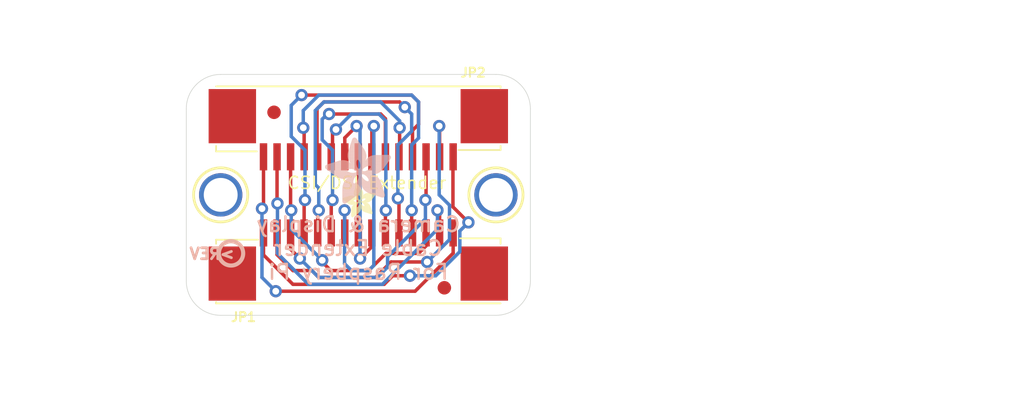
<source format=kicad_pcb>
(kicad_pcb (version 20211014) (generator pcbnew)
  (layers (0 "F.Cu" signal) (31 "B.Cu" signal) (34 "B.Paste" user) (35 "F.Paste" user) (36 "B.SilkS" user "B.Silkscreen") (37 "F.SilkS" user "F.Silkscreen") (38 "B.Mask" user) (39 "F.Mask" user) (44 "Edge.Cuts" user))
  (net 0 "")
  (net 1 "N$1")
  (net 2 "N$2")
  (net 3 "N$3")
  (net 4 "N$4")
  (net 5 "N$5")
  (net 6 "N$6")
  (net 7 "N$7")
  (net 8 "N$8")
  (net 9 "N$9")
  (net 10 "N$10")
  (net 11 "N$11")
  (net 12 "N$12")
  (net 13 "N$13")
  (net 14 "N$14")
  (net 15 "N$15")
  (footprint "boardEagle:FIDUCIAL_1MM" (layer "F.Cu") (at 142.2781 98.9076)
    (fp_text reference "FID2" hide)
    (fp_text value "FIDUCIAL_1MM" hide)
    (pad "1" smd roundrect (at 0 0) (size 1 1) (layers "F.Cu" "F.Mask") (roundrect_rratio 0.5))
  )
  (footprint "boardEagle:FPC_15PIN_1.0MM" (layer "F.Cu") (at 148.5011 108.8136)
    (fp_text reference "JP1" (at -9.476 5.603) (layer "F.SilkS") (effects (font (size 0.666496 0.666496) (thickness 0.146304)) (justify left bottom)))
    (fp_text value "")
    (pad "1" smd rect (at -7 -1) (size 0.55 2) (layers "F.Cu" "F.Paste" "F.Mask") (net 1 "N$1"))
    (pad "2" smd rect (at -6 -1) (size 0.55 2) (layers "F.Cu" "F.Paste" "F.Mask") (net 2 "N$2"))
    (pad "3" smd rect (at -5 -1) (size 0.55 2) (layers "F.Cu" "F.Paste" "F.Mask") (net 3 "N$3"))
    (pad "4" smd rect (at -4 -1) (size 0.55 2) (layers "F.Cu" "F.Paste" "F.Mask") (net 4 "N$4"))
    (pad "5" smd rect (at -3 -1) (size 0.55 2) (layers "F.Cu" "F.Paste" "F.Mask") (net 5 "N$5"))
    (pad "6" smd rect (at -2 -1) (size 0.55 2) (layers "F.Cu" "F.Paste" "F.Mask") (net 6 "N$6"))
    (pad "7" smd rect (at -1 -1) (size 0.55 2) (layers "F.Cu" "F.Paste" "F.Mask") (net 7 "N$7"))
    (pad "8" smd rect (at 0 -1) (size 0.55 2) (layers "F.Cu" "F.Paste" "F.Mask") (net 8 "N$8"))
    (pad "9" smd rect (at 1 -1) (size 0.55 2) (layers "F.Cu" "F.Paste" "F.Mask") (net 9 "N$9"))
    (pad "10" smd rect (at 2 -1) (size 0.55 2) (layers "F.Cu" "F.Paste" "F.Mask") (net 10 "N$10"))
    (pad "11" smd rect (at 3 -1) (size 0.55 2) (layers "F.Cu" "F.Paste" "F.Mask") (net 11 "N$11"))
    (pad "12" smd rect (at 4 -1) (size 0.55 2) (layers "F.Cu" "F.Paste" "F.Mask") (net 12 "N$12"))
    (pad "13" smd rect (at 5 -1) (size 0.55 2) (layers "F.Cu" "F.Paste" "F.Mask") (net 13 "N$13"))
    (pad "14" smd rect (at 6 -1) (size 0.55 2) (layers "F.Cu" "F.Paste" "F.Mask") (net 14 "N$14"))
    (pad "15" smd rect (at 7 -1) (size 0.55 2) (layers "F.Cu" "F.Paste" "F.Mask") (net 15 "N$15"))
    (pad "M1" smd rect (at -9.3 2 90) (size 4 3.5) (layers "F.Cu" "F.Paste" "F.Mask"))
    (pad "M2" smd rect (at 9.3 2 90) (size 4 3.5) (layers "F.Cu" "F.Paste" "F.Mask"))
  )
  (footprint "boardEagle:MOUNTINGHOLE_2.5_PLATED" (layer "F.Cu") (at 138.3411 105.0036)
    (fp_text reference "U$2" hide)
    (fp_text value "MOUNTINGHOLE2.5" hide)
    (pad "P$1" thru_hole circle (at 0 0) (size 3.2 3.2) (drill 2.5) (layers *.Cu *.Mask))
  )
  (footprint "boardEagle:FPC_15PIN_1.0MM" (layer "F.Cu") (at 148.5011 101.1936 180)
    (fp_text reference "JP2" (at -9.476 5.603 180) (layer "F.SilkS") (effects (font (size 0.666496 0.666496) (thickness 0.146304)) (justify right top)))
    (fp_text value "")
    (pad "1" smd rect (at -7 -1 180) (size 0.55 2) (layers "F.Cu" "F.Paste" "F.Mask") (net 1 "N$1"))
    (pad "2" smd rect (at -6 -1 180) (size 0.55 2) (layers "F.Cu" "F.Paste" "F.Mask") (net 2 "N$2"))
    (pad "3" smd rect (at -5 -1 180) (size 0.55 2) (layers "F.Cu" "F.Paste" "F.Mask") (net 3 "N$3"))
    (pad "4" smd rect (at -4 -1 180) (size 0.55 2) (layers "F.Cu" "F.Paste" "F.Mask") (net 4 "N$4"))
    (pad "5" smd rect (at -3 -1 180) (size 0.55 2) (layers "F.Cu" "F.Paste" "F.Mask") (net 5 "N$5"))
    (pad "6" smd rect (at -2 -1 180) (size 0.55 2) (layers "F.Cu" "F.Paste" "F.Mask") (net 6 "N$6"))
    (pad "7" smd rect (at -1 -1 180) (size 0.55 2) (layers "F.Cu" "F.Paste" "F.Mask") (net 7 "N$7"))
    (pad "8" smd rect (at 0 -1 180) (size 0.55 2) (layers "F.Cu" "F.Paste" "F.Mask") (net 8 "N$8"))
    (pad "9" smd rect (at 1 -1 180) (size 0.55 2) (layers "F.Cu" "F.Paste" "F.Mask") (net 9 "N$9"))
    (pad "10" smd rect (at 2 -1 180) (size 0.55 2) (layers "F.Cu" "F.Paste" "F.Mask") (net 10 "N$10"))
    (pad "11" smd rect (at 3 -1 180) (size 0.55 2) (layers "F.Cu" "F.Paste" "F.Mask") (net 11 "N$11"))
    (pad "12" smd rect (at 4 -1 180) (size 0.55 2) (layers "F.Cu" "F.Paste" "F.Mask") (net 12 "N$12"))
    (pad "13" smd rect (at 5 -1 180) (size 0.55 2) (layers "F.Cu" "F.Paste" "F.Mask") (net 13 "N$13"))
    (pad "14" smd rect (at 6 -1 180) (size 0.55 2) (layers "F.Cu" "F.Paste" "F.Mask") (net 14 "N$14"))
    (pad "15" smd rect (at 7 -1 180) (size 0.55 2) (layers "F.Cu" "F.Paste" "F.Mask") (net 15 "N$15"))
    (pad "M1" smd rect (at -9.3 2 270) (size 4 3.5) (layers "F.Cu" "F.Paste" "F.Mask"))
    (pad "M2" smd rect (at 9.3 2 270) (size 4 3.5) (layers "F.Cu" "F.Paste" "F.Mask"))
  )
  (footprint "boardEagle:MOUNTINGHOLE_2.5_PLATED" (layer "F.Cu") (at 158.6611 105.0036)
    (fp_text reference "U$3" hide)
    (fp_text value "MOUNTINGHOLE2.5" hide)
    (pad "P$1" thru_hole circle (at 0 0) (size 3.2 3.2) (drill 2.5) (layers *.Cu *.Mask))
  )
  (footprint "boardEagle:ADAFRUIT_2.5MM" (layer "F.Cu") (at 149.7711 106.6546 90)
    (fp_text reference "U$4" hide)
    (fp_text value "" hide)
  )
  (footprint "boardEagle:FIDUCIAL_1MM" (layer "F.Cu") (at 154.8511 111.8616)
    (fp_text reference "FID1" hide)
    (fp_text value "FIDUCIAL_1MM" hide)
    (pad "1" smd roundrect (at 0 0) (size 1 1) (layers "F.Cu" "F.Mask") (roundrect_rratio 0.5))
  )
  (footprint "boardEagle:PCBFEAT-REV-040" (layer "B.Cu") (at 139.1031 109.3216 180)
    (fp_text reference "U$6" hide)
    (fp_text value "" hide)
    (fp_text user ">REV" (at -0.3556 -0.508) (layer "B.SilkS") (effects (font (size 0.8128 0.8128) (thickness 0.2032)) (justify left bottom mirror)))
  )
  (footprint "boardEagle:ADAFRUIT_5MM" (layer "B.Cu") (at 150.9141 105.6386 180)
    (fp_text reference "U$5" hide)
    (fp_text value "" hide)
  )
  (gr_line (start 158.6611 96.1136) (end 138.3411 96.1136) (layer "Edge.Cuts") (width 0.05))
  (gr_line (start 161.2011 111.3536) (end 161.2011 98.6536) (layer "Edge.Cuts") (width 0.05))
  (gr_line (start 138.3411 113.8936) (end 158.6611 113.8936) (layer "Edge.Cuts") (width 0.05))
  (gr_arc (start 158.6611 96.1136) (mid 160.457151 96.857549) (end 161.2011 98.6536) (layer "Edge.Cuts") (width 0.05))
  (gr_arc (start 138.3411 113.8936) (mid 136.545049 113.149651) (end 135.8011 111.3536) (layer "Edge.Cuts") (width 0.05))
  (gr_arc (start 161.2011 111.3536) (mid 160.457151 113.149651) (end 158.6611 113.8936) (layer "Edge.Cuts") (width 0.05))
  (gr_arc (start 135.8011 98.6536) (mid 136.545049 96.857549) (end 138.3411 96.1136) (layer "Edge.Cuts") (width 0.05))
  (gr_line (start 135.8011 98.6536) (end 135.8011 111.3536) (layer "Edge.Cuts") (width 0.05))
  (gr_text "Camera & Display\nCable Extender\nFor Raspbery Pi" (at 148.5011 108.9406) (layer "B.SilkS") (effects (font (size 1.0922 1.0922) (thickness 0.1778)) (justify mirror)))
  (gr_text "CSI/DSI Extender" (at 149.1361 104.1146) (layer "F.SilkS") (effects (font (size 0.89408 0.89408) (thickness 0.12192))))
  (segment (start 151.0411 110.9726) (end 152.3111 110.9726) (width 0.254) (layer "F.Cu") (net 1))
  (segment (start 156.6291 107.0356) (end 155.4861 105.8926) (width 0.254) (layer "F.Cu") (net 1))
  (segment (start 150.4061 111.6076) (end 151.0411 110.9726) (width 0.254) (layer "F.Cu") (net 1))
  (segment (start 155.4861 105.8926) (end 155.4861 102.2086) (width 0.254) (layer "F.Cu") (net 1))
  (segment (start 155.4861 102.2086) (end 155.5011 102.1936) (width 0.254) (layer "F.Cu") (net 1))
  (segment (start 141.5011 109.4336) (end 143.6751 111.6076) (width 0.254) (layer "F.Cu") (net 1))
  (segment (start 143.6751 111.6076) (end 150.4061 111.6076) (width 0.254) (layer "F.Cu") (net 1))
  (segment (start 141.5011 107.8136) (end 141.5011 109.4336) (width 0.254) (layer "F.Cu") (net 1))
  (via (at 152.3111 110.9726) (size 0.9064) (drill 0.5) (layers "F.Cu" "B.Cu") (net 1))
  (via (at 156.6291 107.0356) (size 0.9064) (drill 0.5) (layers "F.Cu" "B.Cu") (net 1))
  (segment (start 155.9941 109.1946) (end 155.9941 107.6706) (width 0.254) (layer "B.Cu") (net 1))
  (segment (start 155.9941 107.6706) (end 156.6291 107.0356) (width 0.254) (layer "B.Cu") (net 1))
  (segment (start 154.2161 110.9726) (end 155.9941 109.1946) (width 0.254) (layer "B.Cu") (net 1))
  (segment (start 152.3111 110.9726) (end 154.2161 110.9726) (width 0.254) (layer "B.Cu") (net 1))
  (segment (start 142.5011 109.4176) (end 143.6751 110.5916) (width 0.254) (layer "F.Cu") (net 2))
  (segment (start 154.4701 99.9236) (end 154.5011 99.9546) (width 0.254) (layer "F.Cu") (net 2))
  (segment (start 149.7711 111.0996) (end 150.9141 109.9566) (width 0.254) (layer "F.Cu") (net 2))
  (segment (start 142.5011 107.8136) (end 142.5011 109.4176) (width 0.254) (layer "F.Cu") (net 2))
  (segment (start 150.9141 109.9566) (end 153.5811 109.9566) (width 0.254) (layer "F.Cu") (net 2))
  (segment (start 145.0721 110.5916) (end 145.5801 111.0996) (width 0.254) (layer "F.Cu") (net 2))
  (segment (start 154.5011 99.9546) (end 154.5011 102.1936) (width 0.254) (layer "F.Cu") (net 2))
  (segment (start 145.5801 111.0996) (end 149.7711 111.0996) (width 0.254) (layer "F.Cu") (net 2))
  (segment (start 143.6751 110.5916) (end 145.0721 110.5916) (width 0.254) (layer "F.Cu") (net 2))
  (via (at 153.5811 109.9566) (size 0.9064) (drill 0.5) (layers "F.Cu" "B.Cu") (net 2))
  (via (at 154.4701 99.9236) (size 0.9064) (drill 0.5) (layers "F.Cu" "B.Cu") (net 2))
  (segment (start 153.5811 109.9566) (end 155.2321 108.3056) (width 0.254) (layer "B.Cu") (net 2))
  (segment (start 155.2321 105.7656) (end 154.4701 105.0036) (width 0.254) (layer "B.Cu") (net 2))
  (segment (start 154.4701 105.0036) (end 154.4701 99.9236) (width 0.254) (layer "B.Cu") (net 2))
  (segment (start 155.2321 108.3056) (end 155.2321 105.7656) (width 0.254) (layer "B.Cu") (net 2))
  (segment (start 153.5011 105.3376) (end 153.4541 105.3846) (width 0.254) (layer "F.Cu") (net 3))
  (segment (start 143.5011 107.8136) (end 143.5011 109.0206) (width 0.254) (layer "F.Cu") (net 3))
  (segment (start 153.5011 105.3376) (end 153.5011 102.1936) (width 0.254) (layer "F.Cu") (net 3))
  (segment (start 143.5011 109.0206) (end 144.1831 109.7026) (width 0.254) (layer "F.Cu") (net 3))
  (via (at 153.4541 105.3846) (size 0.9064) (drill 0.5) (layers "F.Cu" "B.Cu") (net 3))
  (via (at 144.1831 109.7026) (size 0.9064) (drill 0.5) (layers "F.Cu" "B.Cu") (net 3))
  (segment (start 144.1831 109.7026) (end 145.5801 111.0996) (width 0.254) (layer "B.Cu") (net 3))
  (segment (start 145.5801 111.0996) (end 149.8981 111.0996) (width 0.254) (layer "B.Cu") (net 3))
  (segment (start 153.4541 106.7816) (end 153.4541 105.3846) (width 0.254) (layer "B.Cu") (net 3))
  (segment (start 150.6601 109.5756) (end 153.4541 106.7816) (width 0.254) (layer "B.Cu") (net 3))
  (segment (start 149.8981 111.0996) (end 150.6601 110.3376) (width 0.254) (layer "B.Cu") (net 3))
  (segment (start 150.6601 110.3376) (end 150.6601 109.5756) (width 0.254) (layer "B.Cu") (net 3))
  (segment (start 152.5011 100.2416) (end 152.9461 99.7966) (width 0.254) (layer "F.Cu") (net 4))
  (segment (start 152.4381 97.6376) (end 144.3101 97.6376) (width 0.254) (layer "F.Cu") (net 4))
  (segment (start 144.5011 105.4476) (end 144.5011 107.8136) (width 0.254) (layer "F.Cu") (net 4))
  (segment (start 152.9461 98.1456) (end 152.4381 97.6376) (width 0.254) (layer "F.Cu") (net 4))
  (segment (start 152.5011 102.1936) (end 152.5011 100.2416) (width 0.254) (layer "F.Cu") (net 4))
  (segment (start 152.9461 99.7966) (end 152.9461 98.1456) (width 0.254) (layer "F.Cu") (net 4))
  (segment (start 144.5641 105.3846) (end 144.5011 105.4476) (width 0.254) (layer "F.Cu") (net 4))
  (via (at 144.5641 105.3846) (size 0.9064) (drill 0.5) (layers "F.Cu" "B.Cu") (net 4))
  (via (at 144.3101 97.6376) (size 0.9064) (drill 0.5) (layers "F.Cu" "B.Cu") (net 4))
  (segment (start 144.3101 97.6376) (end 143.5481 98.3996) (width 0.254) (layer "B.Cu") (net 4))
  (segment (start 144.5641 101.7016) (end 144.5641 105.3846) (width 0.254) (layer "B.Cu") (net 4))
  (segment (start 143.5481 100.6856) (end 144.5641 101.7016) (width 0.254) (layer "B.Cu") (net 4))
  (segment (start 143.5481 98.3996) (end 143.5481 100.6856) (width 0.254) (layer "B.Cu") (net 4))
  (segment (start 151.5491 102.1456) (end 151.5491 100.0506) (width 0.254) (layer "F.Cu") (net 5))
  (segment (start 145.5011 106.2256) (end 145.5011 107.8136) (width 0.254) (layer "F.Cu") (net 5))
  (segment (start 145.5801 106.1466) (end 145.5011 106.2256) (width 0.254) (layer "F.Cu") (net 5))
  (segment (start 151.5011 102.1936) (end 151.5491 102.1456) (width 0.254) (layer "F.Cu") (net 5))
  (via (at 151.5491 100.0506) (size 0.9064) (drill 0.5) (layers "F.Cu" "B.Cu") (net 5))
  (via (at 145.5801 106.1466) (size 0.9064) (drill 0.5) (layers "F.Cu" "B.Cu") (net 5))
  (segment (start 145.3261 104.2416) (end 145.5801 104.4956) (width 0.254) (layer "B.Cu") (net 5))
  (segment (start 150.1521 98.1456) (end 145.9611 98.1456) (width 0.254) (layer "B.Cu") (net 5))
  (segment (start 151.5491 99.5426) (end 150.1521 98.1456) (width 0.254) (layer "B.Cu") (net 5))
  (segment (start 145.5801 104.4956) (end 145.5801 106.1466) (width 0.254) (layer "B.Cu") (net 5))
  (segment (start 145.9611 98.1456) (end 145.3261 98.7806) (width 0.254) (layer "B.Cu") (net 5))
  (segment (start 151.5491 100.0506) (end 151.5491 99.5426) (width 0.254) (layer "B.Cu") (net 5))
  (segment (start 145.3261 98.7806) (end 145.3261 104.2416) (width 0.254) (layer "B.Cu") (net 5))
  (segment (start 150.5011 102.1936) (end 150.5011 99.3836) (width 0.254) (layer "F.Cu") (net 6))
  (segment (start 146.5011 107.8136) (end 146.5011 105.4796) (width 0.254) (layer "F.Cu") (net 6))
  (segment (start 150.1521 99.0346) (end 146.3421 99.0346) (width 0.254) (layer "F.Cu") (net 6))
  (segment (start 150.5011 99.3836) (end 150.1521 99.0346) (width 0.254) (layer "F.Cu") (net 6))
  (segment (start 146.5011 105.4796) (end 146.5961 105.3846) (width 0.254) (layer "F.Cu") (net 6))
  (via (at 146.5961 105.3846) (size 0.9064) (drill 0.5) (layers "F.Cu" "B.Cu") (net 6))
  (via (at 146.3421 99.0346) (size 0.9064) (drill 0.5) (layers "F.Cu" "B.Cu") (net 6))
  (segment (start 146.3421 99.0346) (end 146.3421 98.9076) (width 0.254) (layer "B.Cu") (net 6))
  (segment (start 146.3421 98.9076) (end 145.8341 99.4156) (width 0.254) (layer "B.Cu") (net 6))
  (segment (start 145.8341 99.4156) (end 145.8341 100.9396) (width 0.254) (layer "B.Cu") (net 6))
  (segment (start 146.5961 101.7016) (end 146.5961 105.3846) (width 0.254) (layer "B.Cu") (net 6))
  (segment (start 145.8341 100.9396) (end 146.5961 101.7016) (width 0.254) (layer "B.Cu") (net 6))
  (segment (start 147.5011 107.8136) (end 147.5011 106.1626) (width 0.254) (layer "F.Cu") (net 7))
  (segment (start 149.5011 102.1936) (end 149.5011 100.0666) (width 0.254) (layer "F.Cu") (net 7))
  (segment (start 147.5011 106.1626) (end 147.4851 106.1466) (width 0.254) (layer "F.Cu") (net 7))
  (segment (start 149.5011 100.0666) (end 149.6441 99.9236) (width 0.254) (layer "F.Cu") (net 7))
  (via (at 147.4851 106.1466) (size 0.9064) (drill 0.5) (layers "F.Cu" "B.Cu") (net 7))
  (via (at 149.6441 99.9236) (size 0.9064) (drill 0.5) (layers "F.Cu" "B.Cu") (net 7))
  (segment (start 147.4851 110.0836) (end 147.4851 106.1466) (width 0.254) (layer "B.Cu") (net 7))
  (segment (start 149.2631 110.5916) (end 147.9931 110.5916) (width 0.254) (layer "B.Cu") (net 7))
  (segment (start 149.6441 110.2106) (end 149.2631 110.5916) (width 0.254) (layer "B.Cu") (net 7))
  (segment (start 149.6441 99.9236) (end 149.6441 110.2106) (width 0.254) (layer "B.Cu") (net 7))
  (segment (start 147.9931 110.5916) (end 147.4851 110.0836) (width 0.254) (layer "B.Cu") (net 7))
  (segment (start 148.5011 107.8136) (end 148.5011 102.1936) (width 0.254) (layer "F.Cu") (net 8))
  (segment (start 147.5011 100.7966) (end 147.5011 102.1936) (width 0.254) (layer "F.Cu") (net 9))
  (segment (start 148.3741 99.9236) (end 147.5011 100.7966) (width 0.254) (layer "F.Cu") (net 9))
  (segment (start 149.5011 107.8136) (end 149.5011 108.8296) (width 0.254) (layer "F.Cu") (net 9))
  (segment (start 149.5011 108.8296) (end 148.6281 109.7026) (width 0.254) (layer "F.Cu") (net 9))
  (via (at 148.6281 109.7026) (size 0.9064) (drill 0.5) (layers "F.Cu" "B.Cu") (net 9))
  (via (at 148.3741 99.9236) (size 0.9064) (drill 0.5) (layers "F.Cu" "B.Cu") (net 9))
  (segment (start 148.6281 100.1776) (end 148.6281 109.7026) (width 0.254) (layer "B.Cu") (net 9))
  (segment (start 148.6281 100.1776) (end 148.3741 99.9236) (width 0.254) (layer "B.Cu") (net 9))
  (segment (start 150.5011 106.1786) (end 150.5011 107.8136) (width 0.254) (layer "F.Cu") (net 10))
  (segment (start 146.5961 102.0986) (end 146.5961 100.4316) (width 0.254) (layer "F.Cu") (net 10))
  (segment (start 146.5011 102.1936) (end 146.5961 102.0986) (width 0.254) (layer "F.Cu") (net 10))
  (segment (start 150.5331 106.1466) (end 150.5011 106.1786) (width 0.254) (layer "F.Cu") (net 10))
  (segment (start 146.5961 100.4316) (end 146.8501 100.1776) (width 0.254) (layer "F.Cu") (net 10))
  (via (at 146.8501 100.1776) (size 0.9064) (drill 0.5) (layers "F.Cu" "B.Cu") (net 10))
  (via (at 150.5331 106.1466) (size 0.9064) (drill 0.5) (layers "F.Cu" "B.Cu") (net 10))
  (segment (start 146.8501 100.1776) (end 147.9931 99.0346) (width 0.254) (layer "B.Cu") (net 10))
  (segment (start 150.0251 99.0346) (end 150.5331 99.5426) (width 0.254) (layer "B.Cu") (net 10))
  (segment (start 147.9931 99.0346) (end 150.0251 99.0346) (width 0.254) (layer "B.Cu") (net 10))
  (segment (start 150.5331 99.5426) (end 150.5331 106.1466) (width 0.254) (layer "B.Cu") (net 10))
  (segment (start 151.4221 105.2576) (end 151.5011 105.3366) (width 0.254) (layer "F.Cu") (net 11))
  (segment (start 145.5011 102.1936) (end 145.4531 102.1456) (width 0.254) (layer "F.Cu") (net 11))
  (segment (start 151.5491 98.1456) (end 151.9301 98.5266) (width 0.254) (layer "F.Cu") (net 11))
  (segment (start 145.4531 102.1456) (end 145.4531 98.6536) (width 0.254) (layer "F.Cu") (net 11))
  (segment (start 151.5011 105.3366) (end 151.5011 107.8136) (width 0.254) (layer "F.Cu") (net 11))
  (segment (start 145.9611 98.1456) (end 151.5491 98.1456) (width 0.254) (layer "F.Cu") (net 11))
  (segment (start 145.4531 98.6536) (end 145.9611 98.1456) (width 0.254) (layer "F.Cu") (net 11))
  (via (at 151.4221 105.2576) (size 0.9064) (drill 0.5) (layers "F.Cu" "B.Cu") (net 11))
  (via (at 151.9301 98.5266) (size 0.9064) (drill 0.5) (layers "F.Cu" "B.Cu") (net 11))
  (segment (start 152.4381 99.0346) (end 152.4381 100.3046) (width 0.254) (layer "B.Cu") (net 11))
  (segment (start 151.9301 98.5266) (end 152.4381 99.0346) (width 0.254) (layer "B.Cu") (net 11))
  (segment (start 151.4221 101.3206) (end 151.4221 105.2576) (width 0.254) (layer "B.Cu") (net 11))
  (segment (start 152.4381 100.3046) (end 151.4221 101.3206) (width 0.254) (layer "B.Cu") (net 11))
  (segment (start 152.5011 107.8136) (end 152.4381 107.7506) (width 0.254) (layer "F.Cu") (net 12))
  (segment (start 144.4371 100.0506) (end 144.5011 100.1146) (width 0.254) (layer "F.Cu") (net 12))
  (segment (start 144.5011 100.1146) (end 144.5011 102.1936) (width 0.254) (layer "F.Cu") (net 12))
  (segment (start 152.4381 107.7506) (end 152.4381 106.1466) (width 0.254) (layer "F.Cu") (net 12))
  (via (at 152.4381 106.1466) (size 0.9064) (drill 0.5) (layers "F.Cu" "B.Cu") (net 12))
  (via (at 144.4371 100.0506) (size 0.9064) (drill 0.5) (layers "F.Cu" "B.Cu") (net 12))
  (segment (start 152.4381 106.1466) (end 152.4381 101.3206) (width 0.254) (layer "B.Cu") (net 12))
  (segment (start 145.5801 97.6376) (end 144.4371 98.7806) (width 0.254) (layer "B.Cu") (net 12))
  (segment (start 152.4381 97.6376) (end 145.5801 97.6376) (width 0.254) (layer "B.Cu") (net 12))
  (segment (start 152.9461 98.1456) (end 152.4381 97.6376) (width 0.254) (layer "B.Cu") (net 12))
  (segment (start 144.4371 98.7806) (end 144.4371 100.0506) (width 0.254) (layer "B.Cu") (net 12))
  (segment (start 152.4381 101.3206) (end 152.9461 100.8126) (width 0.254) (layer "B.Cu") (net 12))
  (segment (start 152.9461 100.8126) (end 152.9461 98.1456) (width 0.254) (layer "B.Cu") (net 12))
  (segment (start 149.2631 110.5916) (end 146.4691 110.5916) (width 0.254) (layer "F.Cu") (net 13))
  (segment (start 143.5011 106.0996) (end 143.5011 102.1936) (width 0.254) (layer "F.Cu") (net 13))
  (segment (start 146.4691 110.5916) (end 145.8341 109.9566) (width 0.254) (layer "F.Cu") (net 13))
  (segment (start 152.9461 109.3216) (end 150.5331 109.3216) (width 0.254) (layer "F.Cu") (net 13))
  (segment (start 145.8341 109.9566) (end 145.8341 109.8296) (width 0.254) (layer "F.Cu") (net 13))
  (segment (start 143.5481 106.1466) (end 143.5011 106.0996) (width 0.254) (layer "F.Cu") (net 13))
  (segment (start 153.5011 108.7666) (end 152.9461 109.3216) (width 0.254) (layer "F.Cu") (net 13))
  (segment (start 153.5011 107.8136) (end 153.5011 108.7666) (width 0.254) (layer "F.Cu") (net 13))
  (segment (start 150.5331 109.3216) (end 149.2631 110.5916) (width 0.254) (layer "F.Cu") (net 13))
  (via (at 143.5481 106.1466) (size 0.9064) (drill 0.5) (layers "F.Cu" "B.Cu") (net 13))
  (via (at 145.8341 109.8296) (size 0.9064) (drill 0.5) (layers "F.Cu" "B.Cu") (net 13))
  (segment (start 145.8341 109.8296) (end 143.5481 107.5436) (width 0.254) (layer "B.Cu") (net 13))
  (segment (start 143.5481 107.5436) (end 143.5481 106.1466) (width 0.254) (layer "B.Cu") (net 13))
  (segment (start 142.5011 102.1936) (end 142.5011 105.6076) (width 0.254) (layer "F.Cu") (net 14))
  (segment (start 142.5011 105.6076) (end 142.5321 105.6386) (width 0.254) (layer "F.Cu") (net 14))
  (segment (start 154.5011 106.3046) (end 154.3431 106.1466) (width 0.254) (layer "F.Cu") (net 14))
  (segment (start 154.5011 107.8136) (end 154.5011 106.3046) (width 0.254) (layer "F.Cu") (net 14))
  (via (at 142.5321 105.6386) (size 0.9064) (drill 0.5) (layers "F.Cu" "B.Cu") (net 14))
  (via (at 154.3431 106.1466) (size 0.9064) (drill 0.5) (layers "F.Cu" "B.Cu") (net 14))
  (segment (start 150.2791 111.6076) (end 144.8181 111.6076) (width 0.254) (layer "B.Cu") (net 14))
  (segment (start 154.3431 106.1466) (end 154.3431 107.5436) (width 0.254) (layer "B.Cu") (net 14))
  (segment (start 154.3431 107.5436) (end 150.2791 111.6076) (width 0.254) (layer "B.Cu") (net 14))
  (segment (start 142.5321 109.3216) (end 142.5321 105.6386) (width 0.254) (layer "B.Cu") (net 14))
  (segment (start 144.8181 111.6076) (end 142.5321 109.3216) (width 0.254) (layer "B.Cu") (net 14))
  (segment (start 155.5011 109.3066) (end 152.8826 111.9251) (width 0.254) (layer "F.Cu") (net 15))
  (segment (start 142.4051 112.1156) (end 152.6921 112.1156) (width 0.254) (layer "F.Cu") (net 15))
  (segment (start 141.5011 105.9076) (end 141.3891 106.0196) (width 0.254) (layer "F.Cu") (net 15))
  (segment (start 155.5011 107.8136) (end 155.5011 109.3066) (width 0.254) (layer "F.Cu") (net 15))
  (segment (start 152.6921 112.1156) (end 152.8826 111.9251) (width 0.254) (layer "F.Cu") (net 15))
  (segment (start 141.5011 105.9076) (end 141.5011 102.1936) (width 0.254) (layer "F.Cu") (net 15))
  (via (at 141.3891 106.0196) (size 0.9064) (drill 0.5) (layers "F.Cu" "B.Cu") (net 15))
  (via (at 142.4051 112.1156) (size 0.9064) (drill 0.5) (layers "F.Cu" "B.Cu") (net 15))
  (segment (start 141.3891 111.0996) (end 142.4051 112.1156) (width 0.254) (layer "B.Cu") (net 15))
  (segment (start 141.3891 106.0196) (end 141.3891 111.0996) (width 0.254) (layer "B.Cu") (net 15))
)
</source>
